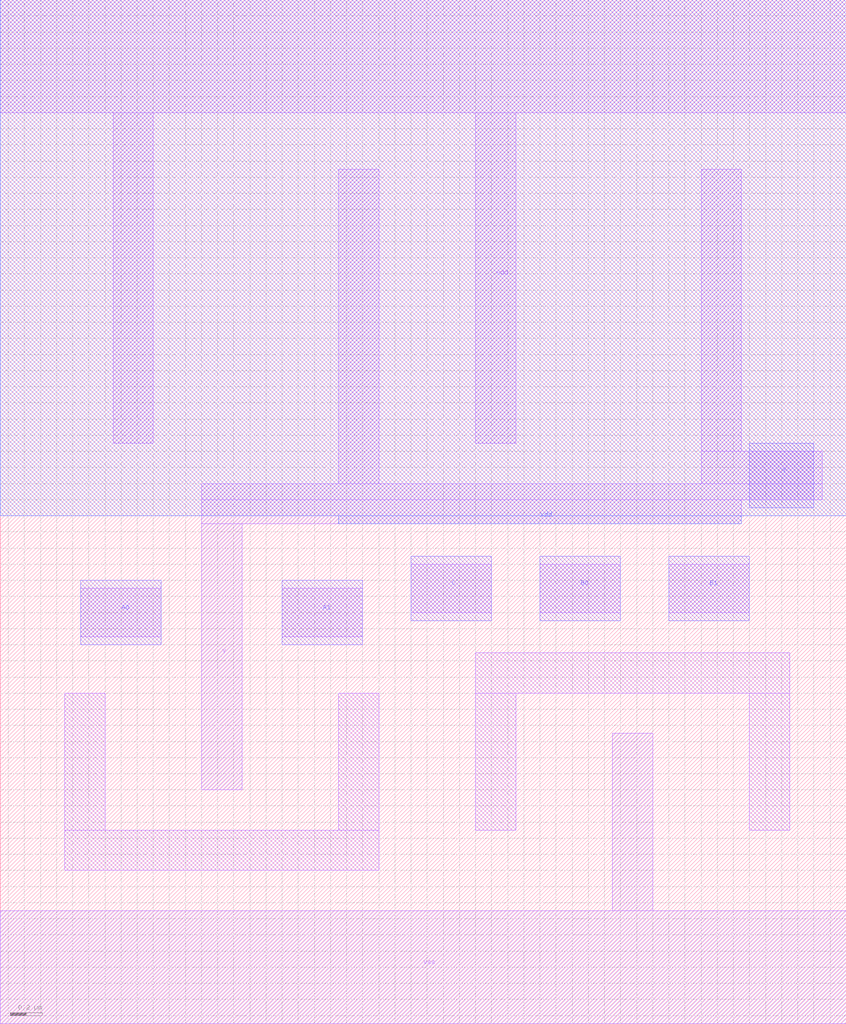
<source format=lef>
VERSION 5.7 ;
  NOWIREEXTENSIONATPIN ON ;
  DIVIDERCHAR "/" ;
  BUSBITCHARS "[]" ;
MACRO gf180mcu_gp9t3v3_oai221_1
  CLASS BLOCK ;
  FOREIGN gf180mcu_gp9t3v3_oai221_1 ;
  ORIGIN 0.850 1.550 ;
  SIZE 5.250 BY 6.350 ;
  PIN A0
    DIRECTION INPUT ;
    USE SIGNAL ;
    ANTENNAGATEAREA 0.765000 ;
    PORT
      LAYER Metal1 ;
        RECT -0.350 0.850 0.150 1.150 ;
      LAYER Metal2 ;
        RECT -0.350 0.800 0.150 1.200 ;
    END
  END A0
  PIN A1
    DIRECTION OUTPUT ;
    USE SIGNAL ;
    ANTENNAGATEAREA 0.765000 ;
    PORT
      LAYER Metal1 ;
        RECT 0.900 0.850 1.400 1.150 ;
      LAYER Metal2 ;
        RECT 0.900 0.800 1.400 1.200 ;
    END
  END A1
  PIN B0
    DIRECTION INPUT ;
    USE SIGNAL ;
    ANTENNAGATEAREA 0.765000 ;
    PORT
      LAYER Metal1 ;
        RECT 2.500 1.000 3.000 1.300 ;
      LAYER Metal2 ;
        RECT 2.500 0.950 3.000 1.350 ;
    END
  END B0
  PIN B1
    DIRECTION INPUT ;
    USE SIGNAL ;
    ANTENNAGATEAREA 0.765000 ;
    PORT
      LAYER Metal1 ;
        RECT 3.300 1.000 3.800 1.300 ;
      LAYER Metal2 ;
        RECT 3.300 0.950 3.800 1.350 ;
    END
  END B1
  PIN C
    DIRECTION INPUT ;
    USE SIGNAL ;
    ANTENNAGATEAREA 0.765000 ;
    PORT
      LAYER Metal1 ;
        RECT 1.700 1.000 2.200 1.300 ;
      LAYER Metal2 ;
        RECT 1.700 0.950 2.200 1.350 ;
    END
  END C
  PIN Y
    DIRECTION OUTPUT ;
    USE SIGNAL ;
    ANTENNADIFFAREA 2.252500 ;
    PORT
      LAYER Metal1 ;
        RECT 1.250 1.800 1.500 3.750 ;
        RECT 3.500 2.000 3.750 3.750 ;
        RECT 3.500 1.800 4.250 2.000 ;
        RECT 0.400 1.700 4.250 1.800 ;
        RECT 0.400 1.550 3.750 1.700 ;
        RECT 0.400 -0.100 0.650 1.550 ;
      LAYER Metal2 ;
        RECT 3.800 1.650 4.200 2.050 ;
    END
  END Y
  PIN vdd
    DIRECTION INOUT ;
    USE POWER ;
    SHAPE ABUTMENT ;
    PORT
      LAYER Nwell ;
        RECT -0.850 1.600 4.400 4.800 ;
        RECT 1.250 1.550 3.750 1.600 ;
      LAYER Metal1 ;
        RECT -0.850 4.100 4.400 4.800 ;
        RECT -0.150 2.050 0.100 4.100 ;
        RECT 2.100 2.050 2.350 4.100 ;
    END
  END vdd
  PIN vss
    DIRECTION INOUT ;
    USE GROUND ;
    SHAPE ABUTMENT ;
    PORT
      LAYER Metal1 ;
        RECT 2.950 -0.850 3.200 0.250 ;
        RECT -0.850 -1.550 4.400 -0.850 ;
    END
  END vss
  OBS
      LAYER Metal1 ;
        RECT 2.100 0.500 4.050 0.750 ;
        RECT -0.450 -0.350 -0.200 0.500 ;
        RECT 1.250 -0.350 1.500 0.500 ;
        RECT 2.100 -0.350 2.350 0.500 ;
        RECT 3.800 -0.350 4.050 0.500 ;
        RECT -0.450 -0.600 1.500 -0.350 ;
  END
END gf180mcu_gp9t3v3_oai221_1
END LIBRARY


</source>
